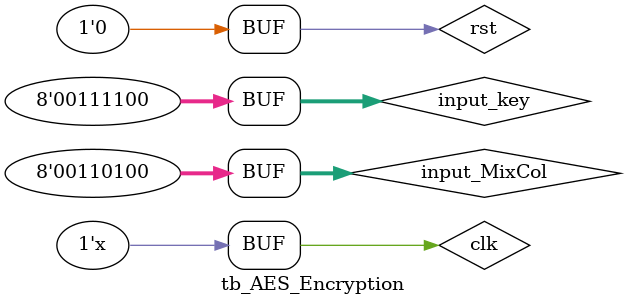
<source format=v>
`timescale 1ns/1ns


module tb_AES_Encryption;
 reg rst;
    reg clk;
    reg [7:0] input_key;
    reg [7:0] input_MixCol;
    wire [127:0] encryptedMessage;
    //wire [3:0] round;
   
    parameter kin = 128'h2b7e151628aed2a6abf7158809cf4f3c;
    AES_Encryption UUT (rst, clk, input_key, input_MixCol, encryptedMessage);

    always #5 begin
        clk = !clk;
    end
    
    initial begin
        
        rst = 1'b1;
        clk = 1'b1;
        
      
        #10
        rst = 1'b0;
        input_key = kin[127:120];
        //input_MixCol = kin[127:0];
        input_MixCol = 8'b00110010;

        #10
        input_key = kin[119:112];
        input_MixCol = 8'b01000011; //43
        
        #10
        input_key = kin[111:104];
        input_MixCol = 8'b11110110; //f6
       
        #10
        input_key = kin[103:96];
         input_MixCol = 8'b10101000; //a8 
       
        #10
        input_key = kin[95:88];
         input_MixCol = 8'b10001000; //88  
        
        #10
        input_key = kin[87:80];
        input_MixCol = 8'b01011010; //5a
        
        #10
        input_key = kin[79:72];
        input_MixCol = 8'b00110000; //30
        
        #10
        input_key = kin[71:64];
        input_MixCol = 8'b10001101; //8d
        
        #10
        input_key = kin[63:56];
        input_MixCol =8'b00110001; //31
        
        #10
        input_key = kin[55:48];
        input_MixCol =8'b00110001; //31
        
        
        #10
        input_key = kin[47:40];
        input_MixCol =8'b10011000; //98
        
        #10
        input_key = kin[39:32];
        input_MixCol =8'b10100010; //a2
        
        
        #10
        input_key = kin[31:24];
        input_MixCol = 8'b11100000; //e0
        
       
        #10
        input_key = kin[23:16];
        input_MixCol = 8'b00110111; //37
        
        
        #10
        input_key = kin[15:8];
        input_MixCol = 8'b00000111; //07
       
        
       
        #10
        input_key = kin[7:0];
         input_MixCol = 8'b00110100; //34
    end
endmodule

</source>
